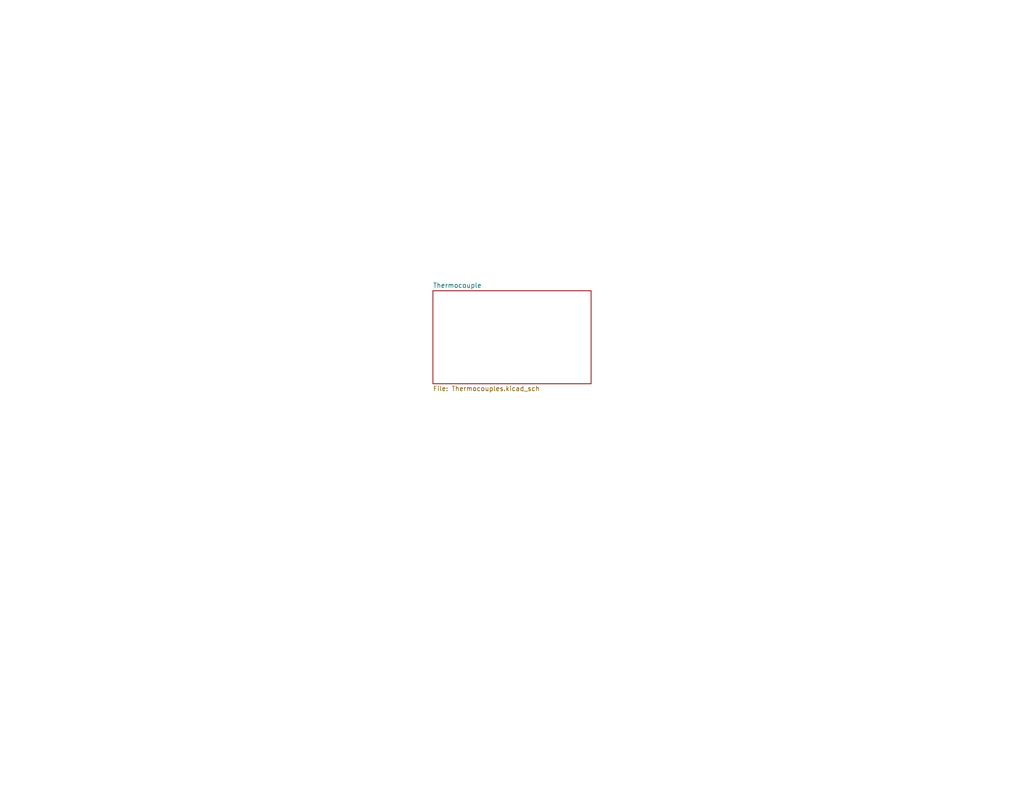
<source format=kicad_sch>
(kicad_sch (version 20211123) (generator eeschema)
  (paper "USLetter")
  (title_block (title "Thermocouple") (date "2022-09-24") (rev "V1") (comment 1 "Cristóbal Cuevas Lagos"))
  (lib_symbols)
  (sheet (at 118.11 79.375) (size 43.18 25.4) (stroke (width 0.1524))
    (property "Sheet name" "Thermocouple" (at 118.11 78.6634 0) (effects (justify left bottom)))
    (property "Sheet file" "Thermocouples.kicad_sch" (at 118.11 105.3596 0) (effects (justify left top)))
  )
)
</source>
